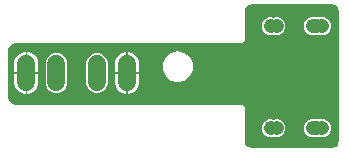
<source format=gbl>
G04 EAGLE Gerber RS-274X export*
G75*
%MOMM*%
%FSLAX34Y34*%
%LPD*%
%INBottom Copper*%
%IPPOS*%
%AMOC8*
5,1,8,0,0,1.08239X$1,22.5*%
G01*
G04 Define Apertures*
%ADD10C,1.524000*%
%ADD11C,1.208000*%
%ADD12C,0.654800*%
%ADD13C,0.152400*%
G36*
X177197Y3328D02*
X180165Y4123D01*
X180507Y4320D01*
X182680Y6493D01*
X182877Y6835D01*
X183672Y9803D01*
X183698Y10000D01*
X183698Y119000D01*
X183672Y119197D01*
X182877Y122165D01*
X182680Y122507D01*
X180507Y124680D01*
X180165Y124877D01*
X177197Y125672D01*
X177000Y125698D01*
X110000Y125698D01*
X109803Y125672D01*
X106835Y124877D01*
X106493Y124680D01*
X104320Y122507D01*
X104123Y122165D01*
X103328Y119197D01*
X103302Y119000D01*
X103302Y94632D01*
X101368Y92698D01*
X-90000Y92698D01*
X-90197Y92672D01*
X-93165Y91877D01*
X-93507Y91680D01*
X-95680Y89507D01*
X-95877Y89165D01*
X-96672Y86197D01*
X-96698Y86000D01*
X-96698Y47000D01*
X-96672Y46803D01*
X-95877Y43835D01*
X-95680Y43493D01*
X-93507Y41320D01*
X-93165Y41123D01*
X-90197Y40328D01*
X-90000Y40302D01*
X101368Y40302D01*
X103302Y38368D01*
X103302Y10000D01*
X103328Y9803D01*
X104123Y6835D01*
X104320Y6493D01*
X106493Y4320D01*
X106835Y4123D01*
X109803Y3328D01*
X110000Y3302D01*
X177000Y3302D01*
X177197Y3328D01*
G37*
%LPC*%
G36*
X159405Y99136D02*
X156625Y100288D01*
X154498Y102415D01*
X153346Y105195D01*
X153346Y108205D01*
X154498Y110985D01*
X156625Y113112D01*
X159405Y114264D01*
X162415Y114264D01*
X162618Y114180D01*
X162916Y114122D01*
X163202Y114180D01*
X163405Y114264D01*
X166415Y114264D01*
X166618Y114180D01*
X166916Y114122D01*
X167202Y114180D01*
X167405Y114264D01*
X170415Y114264D01*
X173195Y113112D01*
X175322Y110985D01*
X176474Y108205D01*
X176474Y105195D01*
X175322Y102415D01*
X173195Y100288D01*
X170415Y99136D01*
X167405Y99136D01*
X167202Y99220D01*
X166904Y99278D01*
X166618Y99220D01*
X166415Y99136D01*
X163405Y99136D01*
X163202Y99220D01*
X162904Y99278D01*
X162618Y99220D01*
X162415Y99136D01*
X159405Y99136D01*
G37*
G36*
X123905Y99136D02*
X121125Y100288D01*
X118998Y102415D01*
X117846Y105195D01*
X117846Y108205D01*
X118998Y110985D01*
X121125Y113112D01*
X123905Y114264D01*
X126915Y114264D01*
X127618Y113972D01*
X127916Y113915D01*
X128202Y113972D01*
X128905Y114264D01*
X131915Y114264D01*
X134695Y113112D01*
X136822Y110985D01*
X137974Y108205D01*
X137974Y105195D01*
X136822Y102415D01*
X134695Y100288D01*
X131915Y99136D01*
X128905Y99136D01*
X128202Y99428D01*
X127904Y99486D01*
X127618Y99428D01*
X126915Y99136D01*
X123905Y99136D01*
G37*
G36*
X41063Y60692D02*
X36494Y64336D01*
X33958Y69601D01*
X33958Y75445D01*
X36494Y80710D01*
X41063Y84354D01*
X46760Y85654D01*
X52458Y84354D01*
X57027Y80710D01*
X59562Y75445D01*
X59562Y69601D01*
X57027Y64336D01*
X52458Y60692D01*
X46760Y59392D01*
X41063Y60692D01*
G37*
G36*
X-91440Y68072D02*
X-91440Y76951D01*
X-89893Y80685D01*
X-87035Y83543D01*
X-83301Y85090D01*
X-82042Y85090D01*
X-82042Y68072D01*
X-91440Y68072D01*
G37*
G36*
X-80518Y68072D02*
X-80518Y85090D01*
X-79259Y85090D01*
X-75525Y83543D01*
X-72667Y80685D01*
X-71120Y76951D01*
X-71120Y68072D01*
X-80518Y68072D01*
G37*
G36*
X-6350Y68034D02*
X-6350Y76913D01*
X-4803Y80647D01*
X-1945Y83505D01*
X1789Y85052D01*
X3048Y85052D01*
X3048Y68034D01*
X-6350Y68034D01*
G37*
G36*
X4572Y68034D02*
X4572Y85052D01*
X5831Y85052D01*
X9565Y83505D01*
X12423Y80647D01*
X13970Y76913D01*
X13970Y68034D01*
X4572Y68034D01*
G37*
G36*
X-57699Y50546D02*
X-61060Y51938D01*
X-63632Y54510D01*
X-65024Y57871D01*
X-65024Y76749D01*
X-63632Y80110D01*
X-61060Y82682D01*
X-57699Y84074D01*
X-54061Y84074D01*
X-50700Y82682D01*
X-48128Y80110D01*
X-46736Y76749D01*
X-46736Y57871D01*
X-48128Y54510D01*
X-50700Y51938D01*
X-54061Y50546D01*
X-57699Y50546D01*
G37*
G36*
X-23409Y50508D02*
X-26770Y51900D01*
X-29342Y54472D01*
X-30734Y57833D01*
X-30734Y76711D01*
X-29342Y80072D01*
X-26770Y82644D01*
X-23409Y84036D01*
X-19771Y84036D01*
X-16410Y82644D01*
X-13838Y80072D01*
X-12446Y76711D01*
X-12446Y57833D01*
X-13838Y54472D01*
X-16410Y51900D01*
X-19771Y50508D01*
X-23409Y50508D01*
G37*
G36*
X-80518Y49530D02*
X-80518Y66548D01*
X-71120Y66548D01*
X-71120Y57669D01*
X-72667Y53935D01*
X-75525Y51077D01*
X-79259Y49530D01*
X-80518Y49530D01*
G37*
G36*
X-83301Y49530D02*
X-87035Y51077D01*
X-89893Y53935D01*
X-91440Y57669D01*
X-91440Y66548D01*
X-82042Y66548D01*
X-82042Y49530D01*
X-83301Y49530D01*
G37*
G36*
X4572Y49492D02*
X4572Y66510D01*
X13970Y66510D01*
X13970Y57631D01*
X12423Y53897D01*
X9565Y51039D01*
X5831Y49492D01*
X4572Y49492D01*
G37*
G36*
X1789Y49492D02*
X-1945Y51039D01*
X-4803Y53897D01*
X-6350Y57631D01*
X-6350Y66510D01*
X3048Y66510D01*
X3048Y49492D01*
X1789Y49492D01*
G37*
G36*
X159405Y12736D02*
X156625Y13888D01*
X154498Y16015D01*
X153346Y18795D01*
X153346Y21805D01*
X154498Y24585D01*
X156625Y26712D01*
X159405Y27864D01*
X162415Y27864D01*
X162618Y27780D01*
X162916Y27722D01*
X163202Y27780D01*
X163405Y27864D01*
X166415Y27864D01*
X166618Y27780D01*
X166916Y27722D01*
X167202Y27780D01*
X167405Y27864D01*
X170415Y27864D01*
X173195Y26712D01*
X175322Y24585D01*
X176474Y21805D01*
X176474Y18795D01*
X175322Y16015D01*
X173195Y13888D01*
X170415Y12736D01*
X167405Y12736D01*
X167202Y12820D01*
X166904Y12878D01*
X166618Y12820D01*
X166415Y12736D01*
X163405Y12736D01*
X163202Y12820D01*
X162904Y12878D01*
X162618Y12820D01*
X162415Y12736D01*
X159405Y12736D01*
G37*
G36*
X123905Y12736D02*
X121125Y13888D01*
X118998Y16015D01*
X117846Y18795D01*
X117846Y21805D01*
X118998Y24585D01*
X121125Y26712D01*
X123905Y27864D01*
X126915Y27864D01*
X127618Y27572D01*
X127916Y27515D01*
X128202Y27572D01*
X128905Y27864D01*
X131915Y27864D01*
X134695Y26712D01*
X136822Y24585D01*
X137974Y21805D01*
X137974Y18795D01*
X136822Y16015D01*
X134695Y13888D01*
X131915Y12736D01*
X128905Y12736D01*
X128202Y13028D01*
X127904Y13086D01*
X127618Y13028D01*
X126915Y12736D01*
X123905Y12736D01*
G37*
%LPD*%
D10*
X-81280Y59690D02*
X-81280Y74930D01*
X-55880Y74930D02*
X-55880Y59690D01*
X3810Y59652D02*
X3810Y74892D01*
X-21590Y74892D02*
X-21590Y59652D01*
D11*
X168910Y20300D03*
X164910Y20300D03*
X160910Y20300D03*
X130410Y20300D03*
X125410Y20300D03*
X168910Y106700D03*
X164910Y106700D03*
X160910Y106700D03*
X130410Y106700D03*
X125410Y106700D03*
D12*
X139700Y76200D03*
D13*
X139700Y50800D01*
X127000Y50800D01*
D12*
X139700Y50800D03*
M02*

</source>
